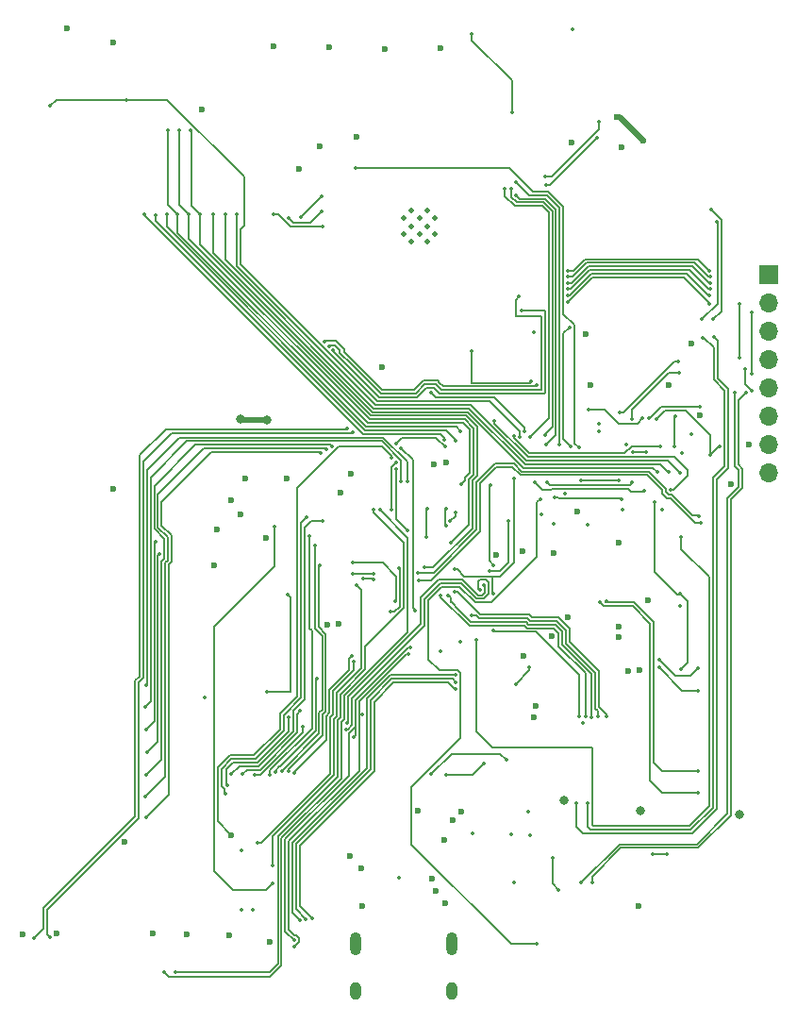
<source format=gbr>
%TF.GenerationSoftware,KiCad,Pcbnew,7.0.5*%
%TF.CreationDate,2023-09-20T09:45:38-07:00*%
%TF.ProjectId,EV9 Board Design,45563920-426f-4617-9264-204465736967,EV8*%
%TF.SameCoordinates,Original*%
%TF.FileFunction,Copper,L4,Bot*%
%TF.FilePolarity,Positive*%
%FSLAX46Y46*%
G04 Gerber Fmt 4.6, Leading zero omitted, Abs format (unit mm)*
G04 Created by KiCad (PCBNEW 7.0.5) date 2023-09-20 09:45:38*
%MOMM*%
%LPD*%
G01*
G04 APERTURE LIST*
%TA.AperFunction,ComponentPad*%
%ADD10R,1.700000X1.700000*%
%TD*%
%TA.AperFunction,ComponentPad*%
%ADD11O,1.700000X1.700000*%
%TD*%
%TA.AperFunction,ComponentPad*%
%ADD12C,0.500000*%
%TD*%
%TA.AperFunction,ComponentPad*%
%ADD13O,1.000000X2.100000*%
%TD*%
%TA.AperFunction,ComponentPad*%
%ADD14O,1.000000X1.600000*%
%TD*%
%TA.AperFunction,ViaPad*%
%ADD15C,0.600000*%
%TD*%
%TA.AperFunction,ViaPad*%
%ADD16C,0.350000*%
%TD*%
%TA.AperFunction,ViaPad*%
%ADD17C,0.800000*%
%TD*%
%TA.AperFunction,Conductor*%
%ADD18C,0.500000*%
%TD*%
%TA.AperFunction,Conductor*%
%ADD19C,0.127000*%
%TD*%
G04 APERTURE END LIST*
D10*
%TO.P,J4,1,Pin_1*%
%TO.N,/DISP_BL*%
X183087500Y-79885000D03*
D11*
%TO.P,J4,2,Pin_2*%
%TO.N,/DISP_RSTR*%
X183087500Y-82425000D03*
%TO.P,J4,3,Pin_3*%
%TO.N,/DISP_DC*%
X183087500Y-84965000D03*
%TO.P,J4,4,Pin_4*%
%TO.N,/DISP_CS*%
X183087500Y-87505000D03*
%TO.P,J4,5,Pin_5*%
%TO.N,/DISP_SPI_SCK*%
X183087500Y-90045000D03*
%TO.P,J4,6,Pin_6*%
%TO.N,/DISP_SPI_MOSI*%
X183087500Y-92585000D03*
%TO.P,J4,7,Pin_7*%
%TO.N,GND*%
X183087500Y-95125000D03*
%TO.P,J4,8,Pin_8*%
%TO.N,/VIN*%
X183087500Y-97665000D03*
%TD*%
D12*
%TO.P,U11,41*%
%TO.N,N/C*%
X150337500Y-74810000D03*
X150337500Y-76210000D03*
X151037500Y-74110000D03*
X151037500Y-75510000D03*
X151037500Y-76910000D03*
X151737500Y-74810000D03*
X151737500Y-76210000D03*
X152437500Y-74110000D03*
X152437500Y-75510000D03*
X152437500Y-76910000D03*
X153137500Y-74810000D03*
X153137500Y-76210000D03*
%TD*%
D13*
%TO.P,J9,S1,SHIELD*%
%TO.N,unconnected-(J9-SHIELD-PadS1)*%
X145967500Y-139916000D03*
D14*
X145967500Y-144096000D03*
D13*
X154607500Y-139916000D03*
D14*
X154607500Y-144096000D03*
%TD*%
D15*
%TO.N,+3.3VA*%
X169637500Y-112375000D03*
X163607500Y-112245000D03*
X170487500Y-115435000D03*
X160987500Y-104625000D03*
D16*
%TO.N,+3.3V*%
X163787500Y-102225000D03*
X155387500Y-112775000D03*
D15*
X127837500Y-138935000D03*
D16*
X173517413Y-100968530D03*
X161495000Y-128065000D03*
D15*
X142777500Y-68375000D03*
X162137500Y-118575000D03*
D17*
X171574000Y-127925000D03*
D15*
X155492500Y-128050000D03*
X148637500Y-59665000D03*
D16*
X166446962Y-120075538D03*
X161700000Y-130190000D03*
X175117500Y-109595000D03*
X162690000Y-101350000D03*
X160237500Y-134425000D03*
D15*
X138627500Y-59345000D03*
D16*
X167870000Y-93260000D03*
X135727878Y-136838556D03*
D15*
X134637500Y-139115000D03*
X176137500Y-86025000D03*
X132187500Y-65055000D03*
X116087500Y-139005000D03*
X143637500Y-59465000D03*
X144437500Y-111175000D03*
X153637500Y-59505000D03*
D16*
X176137500Y-94125000D03*
X166837500Y-102275000D03*
D15*
X144637500Y-99445000D03*
D16*
X169937500Y-100975000D03*
D15*
X153037500Y-96875000D03*
D16*
X136757500Y-136799500D03*
D15*
%TO.N,VBUS*%
X153197500Y-135115000D03*
X146472500Y-133110000D03*
X145480000Y-131980000D03*
D16*
X159987500Y-130025000D03*
D15*
X133320000Y-105950000D03*
%TO.N,GND*%
X174147500Y-89795000D03*
D16*
X149921225Y-133974500D03*
D15*
X154737500Y-128835000D03*
X169649706Y-111417206D03*
D16*
X164777500Y-99517000D03*
D15*
X146617500Y-136495000D03*
X130887500Y-139055000D03*
X139797500Y-98175000D03*
X162027997Y-119574503D03*
X151570500Y-127985023D03*
X169635000Y-103875000D03*
X148387500Y-88165000D03*
X125287500Y-130705000D03*
X137937500Y-103475000D03*
X181267500Y-95125000D03*
D17*
X164716000Y-126992000D03*
D16*
X132487500Y-117825000D03*
D15*
X171457500Y-115335000D03*
D16*
X167880000Y-93930000D03*
D15*
X171427500Y-136495000D03*
X154137500Y-96675000D03*
D16*
X170270000Y-95130000D03*
D15*
X138272313Y-139748000D03*
X140937500Y-70375000D03*
D16*
X156525500Y-129975000D03*
D15*
X163787500Y-104825000D03*
D16*
X135772500Y-131540000D03*
D15*
X143444111Y-111285377D03*
D17*
X180464000Y-128262000D03*
D15*
X119157500Y-138985000D03*
X158587500Y-105025000D03*
D16*
X153587500Y-113625000D03*
D15*
X167087500Y-89785000D03*
X165938378Y-101141541D03*
X165392500Y-67980000D03*
X145587500Y-97725000D03*
X136087500Y-98145000D03*
X146047000Y-67525500D03*
X154037500Y-136245000D03*
X161087500Y-114095000D03*
X135637500Y-101375000D03*
D16*
X165437500Y-57875000D03*
X175288000Y-95875000D03*
D15*
X176887000Y-92448000D03*
X120127500Y-57725000D03*
X172291250Y-109071250D03*
X152887500Y-134038000D03*
X165077500Y-110575000D03*
%TO.N,+BATT*%
X134852500Y-100060000D03*
D17*
X138050000Y-92920000D03*
X135654312Y-92814312D03*
D15*
X133527500Y-102715000D03*
%TO.N,/VIN*%
X166700500Y-85212000D03*
X153957500Y-130555000D03*
X169837500Y-68435000D03*
X179737500Y-98625000D03*
D16*
%TO.N,/UI_SDA*%
X140462000Y-139565000D03*
X150887500Y-113275000D03*
X145807500Y-121315000D03*
%TO.N,/UI_SCL*%
X140462000Y-140114503D03*
X146567500Y-119355000D03*
X150748062Y-113863104D03*
%TO.N,/MCLK*%
X166098551Y-119450538D03*
X158367500Y-111789047D03*
X160209500Y-98130504D03*
X173352000Y-95242000D03*
X158386000Y-108445000D03*
X154917903Y-106316217D03*
X160211225Y-94316851D03*
%TO.N,/NET_SDA*%
X117160000Y-139340000D03*
X145262000Y-93633000D03*
%TO.N,/NET_SCL*%
X118545720Y-139269041D03*
X145764630Y-93960000D03*
%TO.N,/MGMT_BOOT*%
X162297500Y-139885000D03*
X162567500Y-99978000D03*
%TO.N,/MGMT_NRST*%
X172817500Y-100255000D03*
X175197500Y-115265000D03*
X175117500Y-108505000D03*
X163717500Y-132165500D03*
X164247500Y-135035000D03*
%TO.N,/IN_3*%
X154987500Y-116995000D03*
X142087500Y-137595000D03*
X160357787Y-116584713D03*
X161612000Y-115115000D03*
%TO.N,/NET_RST*%
X166032500Y-95370000D03*
X146017500Y-70285000D03*
%TO.N,/UI_RST*%
X159737500Y-101975000D03*
X158041063Y-106471500D03*
%TO.N,/MIC_P*%
X140997500Y-137795000D03*
X154994000Y-115795000D03*
%TO.N,/LEDA_R*%
X133237500Y-74475000D03*
X173087464Y-97575036D03*
%TO.N,/DISP_BL*%
X149649497Y-97310503D03*
X177813367Y-80065838D03*
X150670051Y-102839949D03*
X165076000Y-80039744D03*
%TO.N,/DISP_RSTR*%
X181527500Y-83275000D03*
X181527500Y-88755000D03*
X177764713Y-81735287D03*
X165078327Y-81688247D03*
%TO.N,/LEDA_G*%
X134287500Y-74475000D03*
X174086897Y-97586821D03*
D15*
%TO.N,Net-(D10-K)*%
X124217500Y-59025000D03*
X124217500Y-99052000D03*
D16*
%TO.N,/LEDA_B*%
X135337500Y-74475000D03*
X175105761Y-97640885D03*
%TO.N,/KB_COL3*%
X141257670Y-120440000D03*
X136984500Y-124725000D03*
X145140167Y-120630430D03*
X157182500Y-108170000D03*
%TO.N,/KB_COL4*%
X157507500Y-107675000D03*
X145220073Y-120086769D03*
%TO.N,/DISP_DC*%
X165076000Y-80589247D03*
X177796668Y-80615087D03*
%TO.N,/DISP_CS*%
X149640287Y-96700287D03*
X180447500Y-87305000D03*
X177759286Y-79519004D03*
X180437109Y-82512104D03*
X149179000Y-100899500D03*
X165076000Y-79490241D03*
%TO.N,/DISP_SPI_SCK*%
X165076000Y-82310000D03*
X177734779Y-82479257D03*
%TO.N,/DISP_SPI_MOSI*%
X181562911Y-90264103D03*
X177813193Y-81164341D03*
X180997500Y-88327000D03*
X165076000Y-81138750D03*
%TO.N,/UI_TX3*%
X148176888Y-100966212D03*
X128847500Y-142445000D03*
%TO.N,/UI_RX3*%
X147627500Y-100955000D03*
X129857500Y-142395000D03*
%TO.N,/NET_TX0_MGMT*%
X160427500Y-71545000D03*
X166832002Y-127300500D03*
X177108052Y-83865411D03*
X164311000Y-95071500D03*
X178392500Y-75126500D03*
X177168812Y-85505351D03*
X167850000Y-66170000D03*
X163016680Y-71029620D03*
%TO.N,/KB_MIC*%
X149200353Y-96259647D03*
D15*
X134857500Y-130145000D03*
D16*
%TO.N,/NET_RX0_MGMT*%
X166210000Y-98315000D03*
X163112002Y-71850000D03*
X165832002Y-127300500D03*
X178107500Y-83855000D03*
X169620000Y-98300000D03*
X163104250Y-95111750D03*
X178167500Y-85465000D03*
X160407500Y-72715000D03*
X167704963Y-67564463D03*
X177954500Y-74040000D03*
%TO.N,/KB_ROW5*%
X139979479Y-124430737D03*
X142782831Y-105932832D03*
%TO.N,/KB_ROW1*%
X134338500Y-126410414D03*
X141637500Y-101625000D03*
%TO.N,/KB_ROW2*%
X134865765Y-124640620D03*
X143037500Y-101975000D03*
%TO.N,/KB_ROW3*%
X141879176Y-103286775D03*
X138310500Y-124722000D03*
%TO.N,/MIC_N*%
X154994000Y-116435000D03*
X141543070Y-137669494D03*
%TO.N,/KB_ROW4*%
X142337500Y-104175000D03*
X139362700Y-124433384D03*
%TO.N,/KB_ROW6*%
X145686060Y-114074350D03*
X140522320Y-124534102D03*
%TO.N,/KB_ROW7*%
X137217500Y-130825000D03*
X145870428Y-114592000D03*
%TO.N,/LEDB_R*%
X158478724Y-92977000D03*
X153996664Y-94648319D03*
X174277128Y-99155912D03*
X127040914Y-74428046D03*
%TO.N,/LEDB_G*%
X154987083Y-94782756D03*
X128038192Y-74494691D03*
%TO.N,Net-(D11-K)*%
X138579500Y-134479500D03*
X138697500Y-102485000D03*
%TO.N,/LEDB_B*%
X155442568Y-93879932D03*
X129037500Y-74475000D03*
%TO.N,/SPK_LN*%
X176762000Y-117195000D03*
X173237500Y-115105000D03*
%TO.N,/SPK_LP*%
X176762000Y-115175000D03*
X173247500Y-114395000D03*
%TO.N,/HP_R*%
X168533334Y-109146500D03*
X176762000Y-124375000D03*
%TO.N,/HP_L*%
X167947500Y-109255000D03*
X176762000Y-126375000D03*
%TO.N,/KB_COL5*%
X142569000Y-116072000D03*
X138819159Y-124514108D03*
%TO.N,/KB_COL2*%
X141037500Y-119012000D03*
X135864500Y-124679767D03*
D15*
%TO.N,Net-(J15-Pin_2)*%
X169487500Y-65725000D03*
X171817500Y-67835000D03*
D16*
%TO.N,/BTN_RST*%
X169896738Y-99976329D03*
X118582500Y-64740000D03*
X125387500Y-64165000D03*
X163827500Y-99805000D03*
X160756530Y-94384622D03*
%TO.N,/BTN_UI*%
X163227500Y-98525000D03*
X170827500Y-98525000D03*
X159967500Y-72195000D03*
X162995438Y-94282938D03*
%TO.N,/BTN_NET*%
X162085063Y-98525000D03*
X161632500Y-94440000D03*
X171877500Y-99215000D03*
X159418141Y-72182458D03*
X156437500Y-58245000D03*
X160017500Y-65285000D03*
%TO.N,/KB_COL1*%
X139992500Y-119564000D03*
X134491860Y-125668536D03*
%TO.N,Net-(U1-PA12)*%
X146117500Y-107705000D03*
X138547500Y-132885000D03*
%TO.N,/UI_STAT*%
X149565500Y-109160000D03*
X172082000Y-95750000D03*
X170899423Y-95773500D03*
X156849401Y-112665547D03*
X175240000Y-103410000D03*
X145767500Y-105675000D03*
%TO.N,/UI_BOOT*%
X151377500Y-109966000D03*
X150064500Y-95400000D03*
X152737500Y-90475500D03*
X161194164Y-93940782D03*
%TO.N,/NET_LED_B*%
X138637500Y-74425000D03*
X143037500Y-75525000D03*
%TO.N,/NET_LED_G*%
X139981002Y-74752500D03*
X142937500Y-74225000D03*
%TO.N,/NET_LED_R*%
X141098738Y-74721262D03*
X142950000Y-72870000D03*
%TO.N,/UI_DBG1*%
X127167500Y-116685000D03*
X150637500Y-98425000D03*
%TO.N,/UI_LED_B*%
X149137500Y-110115000D03*
X132036009Y-74475000D03*
X149892500Y-106205000D03*
X131191563Y-66900500D03*
X152188000Y-106140000D03*
%TO.N,/NET_STAT*%
X156427500Y-86725000D03*
X174725500Y-92515962D03*
X161738609Y-89452000D03*
X174622000Y-95242000D03*
%TO.N,/UI_LED_G*%
X131036506Y-74475000D03*
X154537500Y-103910000D03*
X130187500Y-66895000D03*
%TO.N,/UI_TX1_MGMT*%
X147575500Y-107206966D03*
X151635000Y-107285000D03*
X146699500Y-107128000D03*
X177010000Y-102120000D03*
%TO.N,/UI_RX1_MGMT*%
X147575500Y-106657463D03*
X176780000Y-101550000D03*
X151620000Y-106643000D03*
X145730000Y-106690000D03*
%TO.N,/NET_BOOT*%
X165199000Y-84560000D03*
X165310500Y-95298000D03*
X161967500Y-84985000D03*
%TO.N,/UI_LED_R*%
X155449604Y-98675000D03*
X130037003Y-74475000D03*
X129137500Y-66900500D03*
X158405228Y-105917272D03*
X158130000Y-98720000D03*
%TO.N,/UI_DBG2*%
X150087997Y-98425000D03*
X127157500Y-118615000D03*
%TO.N,/UI_DBG3*%
X127177500Y-120635000D03*
X128044000Y-103785000D03*
%TO.N,/UI_DBG4*%
X127287500Y-122735000D03*
X128371000Y-104945000D03*
%TO.N,/MGMT_DBG7*%
X127197500Y-128565000D03*
X162238000Y-89779000D03*
X142911435Y-95887000D03*
X166929713Y-91959713D03*
X171757500Y-92765000D03*
X143209283Y-85868990D03*
%TO.N,/NET_DBG5*%
X143867500Y-95233000D03*
X160877500Y-83075000D03*
X127197500Y-124725000D03*
X143986397Y-86646104D03*
%TO.N,/NET_DBG6*%
X160687500Y-81825000D03*
X127157500Y-126675000D03*
X143597840Y-86257547D03*
X143366397Y-95560000D03*
%TO.N,/MGMT_SWDIO*%
X175007500Y-88685000D03*
X180057500Y-90415000D03*
X170807500Y-92787000D03*
X166237500Y-134405000D03*
%TO.N,/MGMT_SWCLK*%
X174985294Y-87685745D03*
X181055237Y-90474389D03*
X167267500Y-134405000D03*
X169700000Y-92230500D03*
%TO.N,/I2S_DACLRC*%
X154337500Y-108616000D03*
X167192939Y-119538388D03*
X152377500Y-103367500D03*
X152413000Y-100852306D03*
%TO.N,/UI_SWDIO*%
X172660573Y-131870000D03*
X139867500Y-108555000D03*
X173920000Y-131870000D03*
X138012213Y-117239713D03*
%TO.N,/UI_TX1_NET*%
X154502181Y-101987819D03*
X154938820Y-101185605D03*
%TO.N,/BOOT1*%
X154028212Y-95300000D03*
X149664859Y-95022852D03*
%TO.N,/UI_RX1_NET*%
X154130000Y-100852806D03*
X154128152Y-102390380D03*
%TO.N,/I2S_BCLK*%
X153662000Y-108616000D03*
X166647709Y-119469995D03*
%TO.N,/I2S_ADCDAT*%
X168527500Y-119515000D03*
X154913000Y-108297000D03*
%TO.N,/I2S_DACDAT*%
X167741086Y-119499818D03*
X156399308Y-110443192D03*
%TO.N,/USB_TX1_MGMT*%
X152817500Y-124635000D03*
X172336000Y-92702000D03*
X176908000Y-91686000D03*
X159527500Y-123417000D03*
%TO.N,/USB_RX1_MGMT*%
X178683000Y-95242000D03*
X154097500Y-124765000D03*
X172972781Y-92789278D03*
X177856500Y-96004000D03*
X157486000Y-123757000D03*
%TD*%
D18*
%TO.N,+BATT*%
X138015023Y-92885023D02*
X138050000Y-92920000D01*
X135725023Y-92885023D02*
X138015023Y-92885023D01*
D19*
%TO.N,/UI_SDA*%
X150887500Y-113275000D02*
X150716740Y-113275000D01*
X145985573Y-120403850D02*
X145394252Y-120995171D01*
X145985573Y-118006167D02*
X145985573Y-120403850D01*
X145394252Y-120995171D02*
X145394252Y-124808039D01*
X139671500Y-130530792D02*
X139671500Y-138774500D01*
X150716740Y-113275000D02*
X145985573Y-118006167D01*
X145807500Y-121315000D02*
X145985573Y-121136927D01*
X139671500Y-138774500D02*
X140462000Y-139565000D01*
X145394252Y-124808039D02*
X139671500Y-130530792D01*
X145985573Y-121136927D02*
X145985573Y-120403850D01*
%TO.N,/UI_SCL*%
X146567500Y-119355000D02*
X146522573Y-119310073D01*
X140485948Y-139126500D02*
X140649000Y-139126500D01*
X140900500Y-139746633D02*
X140532630Y-140114503D01*
X140532630Y-140114503D02*
X140462000Y-140114503D01*
X146312573Y-119310073D02*
X146312573Y-124352166D01*
X139998500Y-130666240D02*
X139998500Y-138639052D01*
X150748062Y-113863104D02*
X150591084Y-113863104D01*
X140649000Y-139126500D02*
X140900500Y-139378000D01*
X146312573Y-124352166D02*
X139998500Y-130666240D01*
X146312573Y-118141615D02*
X146312573Y-119310073D01*
X146522573Y-119310073D02*
X146312573Y-119310073D01*
X140900500Y-139378000D02*
X140900500Y-139746633D01*
X139998500Y-138639052D02*
X140485948Y-139126500D01*
X150591084Y-113863104D02*
X146312573Y-118141615D01*
%TO.N,/MCLK*%
X158283000Y-106909500D02*
X158275000Y-106917500D01*
X158993000Y-106909500D02*
X158283000Y-106909500D01*
X160209500Y-98130504D02*
X160209500Y-105693000D01*
X170169500Y-95884500D02*
X161621896Y-95884500D01*
X158367500Y-111789047D02*
X158478500Y-111900047D01*
X154917903Y-106316217D02*
X155168717Y-106316217D01*
X158275000Y-108334000D02*
X158386000Y-108445000D01*
X162204995Y-111900047D02*
X166098551Y-115793603D01*
X166098551Y-115793603D02*
X166098551Y-119450538D01*
X173352000Y-95242000D02*
X170812000Y-95242000D01*
X155168717Y-106316217D02*
X155762000Y-106909500D01*
X160211225Y-94473829D02*
X160211225Y-94316851D01*
X158275000Y-108235000D02*
X158275000Y-108334000D01*
X158275000Y-106917500D02*
X158275000Y-108235000D01*
X160209500Y-105693000D02*
X158993000Y-106909500D01*
X161621896Y-95884500D02*
X160211225Y-94473829D01*
X158478500Y-111900047D02*
X162204995Y-111900047D01*
X155762000Y-106909500D02*
X158283000Y-106909500D01*
X170812000Y-95242000D02*
X170169500Y-95884500D01*
%TO.N,/NET_SDA*%
X126230500Y-128449552D02*
X126230500Y-116294052D01*
X126625000Y-96065000D02*
X128946000Y-93744000D01*
X117160000Y-139340000D02*
X118000500Y-138499500D01*
X126625000Y-115899552D02*
X126625000Y-96065000D01*
X118000500Y-138499500D02*
X118000500Y-136679552D01*
X128946000Y-93744000D02*
X145151000Y-93744000D01*
X118000500Y-136679552D02*
X126230500Y-128449552D01*
X145151000Y-93744000D02*
X145262000Y-93633000D01*
X126230500Y-116294052D02*
X126625000Y-115899552D01*
%TO.N,/NET_SCL*%
X129529000Y-94071000D02*
X145653630Y-94071000D01*
X145653630Y-94071000D02*
X145764630Y-93960000D01*
X118545720Y-139269041D02*
X118327500Y-139050821D01*
X118327500Y-136815000D02*
X126557500Y-128585000D01*
X126557500Y-128585000D02*
X126557500Y-116429500D01*
X118327500Y-139050821D02*
X118327500Y-136815000D01*
X126952000Y-116035000D02*
X126952000Y-96648000D01*
X126557500Y-116429500D02*
X126952000Y-116035000D01*
X126952000Y-96648000D02*
X129529000Y-94071000D01*
%TO.N,/MGMT_BOOT*%
X152515000Y-109082396D02*
X152515000Y-114362500D01*
X158188633Y-109262500D02*
X156729971Y-109262500D01*
X153738396Y-107859000D02*
X152515000Y-109082396D01*
X153509000Y-115356500D02*
X155175633Y-115356500D01*
X162567500Y-99978000D02*
X162251500Y-100294000D01*
X152515000Y-114362500D02*
X153509000Y-115356500D01*
X155432000Y-115612867D02*
X155432000Y-121400367D01*
X155326471Y-107859000D02*
X153738396Y-107859000D01*
X151007500Y-130957500D02*
X159935000Y-139885000D01*
X156729971Y-109262500D02*
X155326471Y-107859000D01*
X151007500Y-125824867D02*
X151007500Y-130957500D01*
X155432000Y-121400367D02*
X151007500Y-125824867D01*
X162251500Y-100294000D02*
X162251500Y-105199633D01*
X162251500Y-105199633D02*
X158188633Y-109262500D01*
X159935000Y-139885000D02*
X162297500Y-139885000D01*
X155175633Y-115356500D02*
X155432000Y-115612867D01*
%TO.N,/MGMT_NRST*%
X175781000Y-114681500D02*
X175781000Y-109168500D01*
X163717500Y-134505000D02*
X164247500Y-135035000D01*
X175781000Y-109168500D02*
X175117500Y-108505000D01*
X172817500Y-100255000D02*
X172817500Y-106505000D01*
X175197500Y-115265000D02*
X175781000Y-114681500D01*
X174837500Y-108525000D02*
X175097500Y-108525000D01*
X172817500Y-106505000D02*
X174837500Y-108525000D01*
X163717500Y-132165500D02*
X163717500Y-134505000D01*
X175097500Y-108525000D02*
X175117500Y-108505000D01*
%TO.N,/IN_3*%
X147660000Y-124392084D02*
X147660000Y-118181532D01*
X154301500Y-116449000D02*
X154957500Y-117105000D01*
X161612000Y-115115000D02*
X161612000Y-115330500D01*
X142087500Y-137595000D02*
X142087500Y-137593791D01*
X142087500Y-137593791D02*
X140979500Y-136485791D01*
X147660000Y-118181532D02*
X149392532Y-116449000D01*
X161612000Y-115330500D02*
X160357787Y-116584713D01*
X140979500Y-131072584D02*
X147660000Y-124392084D01*
X149392532Y-116449000D02*
X154301500Y-116449000D01*
X154957500Y-117105000D02*
X154957500Y-117025000D01*
X154957500Y-117025000D02*
X154987500Y-116995000D01*
X140979500Y-136485791D02*
X140979500Y-131072584D01*
%TO.N,/NET_RST*%
X163297500Y-72397500D02*
X161900133Y-72397500D01*
X164638000Y-83378867D02*
X165637500Y-84378367D01*
X165637500Y-94975000D02*
X166032500Y-95370000D01*
X159787633Y-70285000D02*
X146017500Y-70285000D01*
X164640000Y-73740000D02*
X163297500Y-72397500D01*
X161900133Y-72397500D02*
X159787633Y-70285000D01*
X165637500Y-84378367D02*
X165637500Y-94975000D01*
X164638000Y-73748208D02*
X164638000Y-83378867D01*
%TO.N,/UI_RST*%
X159737500Y-101975000D02*
X159737500Y-105702552D01*
X158968552Y-106471500D02*
X158041063Y-106471500D01*
X159737500Y-105702552D02*
X158968552Y-106471500D01*
%TO.N,/MIC_P*%
X140997500Y-137795000D02*
X140325500Y-137123000D01*
X140325500Y-137123000D02*
X140325500Y-130801688D01*
X147006000Y-124121187D02*
X147006000Y-117910636D01*
X147006000Y-117910636D02*
X149121636Y-115795000D01*
X140325500Y-130801688D02*
X147006000Y-124121187D01*
X149121636Y-115795000D02*
X154994000Y-115795000D01*
%TO.N,/LEDA_R*%
X172704928Y-97192500D02*
X173087464Y-97575036D01*
X156066604Y-92179000D02*
X161080104Y-97192500D01*
X147512523Y-92179000D02*
X156066604Y-92179000D01*
X133237500Y-74475000D02*
X133247500Y-74485000D01*
X133247500Y-74485000D02*
X133247500Y-77913977D01*
X161080104Y-97192500D02*
X172704928Y-97192500D01*
X133247500Y-77913977D02*
X147512523Y-92179000D01*
%TO.N,/DISP_BL*%
X149649497Y-101819395D02*
X150670051Y-102839949D01*
X176382000Y-78792000D02*
X177655838Y-80065838D01*
X149649497Y-97310503D02*
X149649497Y-101819395D01*
X165076000Y-80039744D02*
X165496464Y-80039744D01*
X165496464Y-80039744D02*
X166744208Y-78792000D01*
X166744208Y-78792000D02*
X176382000Y-78792000D01*
X177655838Y-80065838D02*
X177813367Y-80065838D01*
%TO.N,/DISP_RSTR*%
X175733000Y-79773000D02*
X177695287Y-81735287D01*
X167150552Y-79773000D02*
X175733000Y-79773000D01*
X177695287Y-81735287D02*
X177764713Y-81735287D01*
X165235305Y-81688247D02*
X167150552Y-79773000D01*
X165078327Y-81688247D02*
X165235305Y-81688247D01*
X181527500Y-88755000D02*
X181527500Y-83275000D01*
%TO.N,/LEDA_G*%
X174036873Y-97586821D02*
X173315552Y-96865500D01*
X174086897Y-97586821D02*
X174036873Y-97586821D01*
X134287500Y-78491529D02*
X134287500Y-74475000D01*
X173315552Y-96865500D02*
X161215552Y-96865500D01*
X161215552Y-96865500D02*
X156202052Y-91852000D01*
X156202052Y-91852000D02*
X147647971Y-91852000D01*
X147647971Y-91852000D02*
X134287500Y-78491529D01*
%TO.N,/LEDA_B*%
X147783419Y-91525000D02*
X135337500Y-79079081D01*
X156337500Y-91525000D02*
X147783419Y-91525000D01*
X175105761Y-97640885D02*
X174003376Y-96538500D01*
X135337500Y-79079081D02*
X135337500Y-74475000D01*
X161351000Y-96538500D02*
X156337500Y-91525000D01*
X174003376Y-96538500D02*
X161351000Y-96538500D01*
%TO.N,/KB_COL3*%
X155461919Y-107532000D02*
X156865419Y-108935500D01*
X157188166Y-107236500D02*
X157024000Y-107400666D01*
X145140167Y-120630430D02*
X145296545Y-120630430D01*
X157024000Y-107400666D02*
X157024000Y-108011500D01*
X152188000Y-108946948D02*
X153602948Y-107532000D01*
X157709166Y-107236500D02*
X157188166Y-107236500D01*
X157948000Y-108487081D02*
X157948000Y-107475334D01*
X145296545Y-120630430D02*
X145658573Y-120268402D01*
X137455052Y-124725000D02*
X136984500Y-124725000D01*
X152188000Y-111341292D02*
X152188000Y-108946948D01*
X157948000Y-107475334D02*
X157709166Y-107236500D01*
X153602948Y-107532000D02*
X155461919Y-107532000D01*
X157024000Y-108011500D02*
X157182500Y-108170000D01*
X141257670Y-120440000D02*
X141257670Y-120922382D01*
X157499581Y-108935500D02*
X157948000Y-108487081D01*
X145658573Y-117870719D02*
X152188000Y-111341292D01*
X141257670Y-120922382D02*
X137455052Y-124725000D01*
X145658573Y-120268402D02*
X145658573Y-117870719D01*
X156865419Y-108935500D02*
X157499581Y-108935500D01*
%TO.N,/KB_COL4*%
X157000867Y-108608500D02*
X157364133Y-108608500D01*
X157621000Y-107788500D02*
X157507500Y-107675000D01*
X151861000Y-108811500D02*
X153467500Y-107205000D01*
X151861000Y-111205844D02*
X151861000Y-108811500D01*
X157621000Y-108351633D02*
X157621000Y-107788500D01*
X153467500Y-107205000D02*
X155597367Y-107205000D01*
X145220073Y-120086769D02*
X145331573Y-119975269D01*
X157364133Y-108608500D02*
X157621000Y-108351633D01*
X155597367Y-107205000D02*
X157000867Y-108608500D01*
X145331573Y-119975269D02*
X145331573Y-117735271D01*
X145331573Y-117735271D02*
X151861000Y-111205844D01*
%TO.N,/DISP_DC*%
X165076000Y-80589247D02*
X165409409Y-80589247D01*
X176239000Y-79119000D02*
X177735087Y-80615087D01*
X177735087Y-80615087D02*
X177796668Y-80615087D01*
X165409409Y-80589247D02*
X166879656Y-79119000D01*
X166879656Y-79119000D02*
X176239000Y-79119000D01*
%TO.N,/DISP_CS*%
X180437109Y-82512104D02*
X180437109Y-87294609D01*
X176705282Y-78465000D02*
X177759286Y-79519004D01*
X165583519Y-79490241D02*
X166608760Y-78465000D01*
X149640287Y-96700287D02*
X149179000Y-97161574D01*
X166608760Y-78465000D02*
X176705282Y-78465000D01*
X149179000Y-97161574D02*
X149179000Y-100899500D01*
X180437109Y-87294609D02*
X180447500Y-87305000D01*
X165076000Y-79490241D02*
X165583519Y-79490241D01*
%TO.N,/DISP_SPI_SCK*%
X177734779Y-82404779D02*
X175430000Y-80100000D01*
X177734779Y-82479257D02*
X177734779Y-82404779D01*
X175430000Y-80100000D02*
X167286000Y-80100000D01*
X167286000Y-80100000D02*
X165076000Y-82310000D01*
%TO.N,/DISP_SPI_MOSI*%
X180997500Y-88327000D02*
X180997500Y-89698692D01*
X165076000Y-81138750D02*
X165322354Y-81138750D01*
X167015104Y-79446000D02*
X175986000Y-79446000D01*
X177704341Y-81164341D02*
X177813193Y-81164341D01*
X165322354Y-81138750D02*
X167015104Y-79446000D01*
X175986000Y-79446000D02*
X177704341Y-81164341D01*
X180997500Y-89698692D02*
X181562911Y-90264103D01*
%TO.N,/UI_TX3*%
X128847500Y-142445000D02*
X129236000Y-142833500D01*
X139344500Y-141808000D02*
X139344500Y-130395344D01*
X150657500Y-103446824D02*
X148176888Y-100966212D01*
X129236000Y-142833500D02*
X138319000Y-142833500D01*
X139344500Y-130395344D02*
X144700000Y-125039844D01*
X144700000Y-119986709D02*
X144969000Y-119717709D01*
X144700000Y-125039844D02*
X144700000Y-119986709D01*
X144969000Y-119717709D02*
X144969000Y-117635396D01*
X138319000Y-142833500D02*
X139344500Y-141808000D01*
X150657500Y-111946896D02*
X150657500Y-103446824D01*
X144969000Y-117635396D02*
X150657500Y-111946896D01*
%TO.N,/UI_RX3*%
X150330500Y-103920447D02*
X150330500Y-109759980D01*
X144642000Y-119582261D02*
X144373000Y-119851261D01*
X147627500Y-100955000D02*
X147627500Y-101217447D01*
X144373000Y-119851261D02*
X144373000Y-124904396D01*
X146860928Y-113229552D02*
X146860928Y-115281020D01*
X144373000Y-124904396D02*
X139017500Y-130259896D01*
X147627500Y-101217447D02*
X150330500Y-103920447D01*
X138295052Y-142395000D02*
X129857500Y-142395000D01*
X139017500Y-130259896D02*
X139017500Y-141672552D01*
X139017500Y-141672552D02*
X138295052Y-142395000D01*
X150330500Y-109759980D02*
X146860928Y-113229552D01*
X146860928Y-115281020D02*
X144642000Y-117499948D01*
X144642000Y-117499948D02*
X144642000Y-119582261D01*
%TO.N,/NET_TX0_MGMT*%
X179121000Y-97057246D02*
X179121000Y-90240396D01*
X177178461Y-85515000D02*
X177168812Y-85505351D01*
X166806292Y-127326210D02*
X166806292Y-129373792D01*
X164311000Y-73883656D02*
X163151844Y-72724500D01*
X166832002Y-127300500D02*
X166806292Y-127326210D01*
X178093000Y-127659448D02*
X178093000Y-98085246D01*
X163151844Y-72724500D02*
X161607000Y-72724500D01*
X161607000Y-72724500D02*
X160427500Y-71545000D01*
X163016680Y-71029620D02*
X163620380Y-71029620D01*
X163620380Y-71029620D02*
X167850000Y-66800000D01*
X178176500Y-86412331D02*
X177279169Y-85515000D01*
X177279169Y-85515000D02*
X177178461Y-85515000D01*
X178503500Y-82469963D02*
X177108052Y-83865411D01*
X178392500Y-75126500D02*
X178503500Y-75237500D01*
X176098448Y-129654000D02*
X178093000Y-127659448D01*
X178503500Y-75237500D02*
X178503500Y-82469963D01*
X167086500Y-129654000D02*
X176098448Y-129654000D01*
X179121000Y-90240396D02*
X178176500Y-89295896D01*
X167850000Y-66800000D02*
X167850000Y-66170000D01*
X178176500Y-89295896D02*
X178176500Y-86412331D01*
X166806292Y-129373792D02*
X167086500Y-129654000D01*
X164311000Y-95071500D02*
X164311000Y-73883656D01*
X178093000Y-98085246D02*
X179121000Y-97057246D01*
%TO.N,/KB_MIC*%
X140783500Y-117690419D02*
X139227000Y-119246919D01*
X148355684Y-95258000D02*
X144504500Y-95258000D01*
X149200353Y-96102668D02*
X148355684Y-95258000D01*
X140783500Y-98979000D02*
X140783500Y-117690419D01*
X149200353Y-96259647D02*
X149200353Y-96102668D01*
X134709104Y-122978500D02*
X133630500Y-124057104D01*
X136889312Y-122978500D02*
X134709104Y-122978500D01*
X144504500Y-95258000D02*
X140783500Y-98979000D01*
X133630500Y-128918000D02*
X134857500Y-130145000D01*
X133630500Y-124057104D02*
X133630500Y-128918000D01*
X139227000Y-119246919D02*
X139227000Y-120640812D01*
X139227000Y-120640812D02*
X136889312Y-122978500D01*
%TO.N,/NET_RX0_MGMT*%
X178830500Y-74916000D02*
X178830500Y-83132000D01*
X165806790Y-127325712D02*
X165806790Y-129374290D01*
X178503500Y-85801000D02*
X178167500Y-85465000D01*
X163984000Y-94232000D02*
X163984000Y-74019104D01*
X179448000Y-90104948D02*
X178503500Y-89160448D01*
X165806790Y-129374290D02*
X166413500Y-129981000D01*
X178420000Y-98220694D02*
X179448000Y-97192694D01*
X178830500Y-83132000D02*
X178107500Y-83855000D01*
X165832002Y-127300500D02*
X165806790Y-127325712D01*
X178420000Y-127794896D02*
X178420000Y-98220694D01*
X163016396Y-73051500D02*
X160744000Y-73051500D01*
X163104250Y-95111750D02*
X163984000Y-94232000D01*
X163419426Y-71850000D02*
X167704963Y-67564463D01*
X166413500Y-129981000D02*
X176233896Y-129981000D01*
X176233896Y-129981000D02*
X178420000Y-127794896D01*
X160744000Y-73051500D02*
X160407500Y-72715000D01*
X179448000Y-97192694D02*
X179448000Y-90104948D01*
X163984000Y-74019104D02*
X163016396Y-73051500D01*
X177954500Y-74040000D02*
X178830500Y-74916000D01*
X166210000Y-98315000D02*
X166225000Y-98300000D01*
X178503500Y-89160448D02*
X178503500Y-85801000D01*
X166225000Y-98300000D02*
X169620000Y-98300000D01*
X163112002Y-71850000D02*
X163419426Y-71850000D01*
%TO.N,/KB_ROW5*%
X143334000Y-112113597D02*
X143334000Y-119040469D01*
X143065000Y-119309469D02*
X143065000Y-121169948D01*
X142664500Y-111444097D02*
X143334000Y-112113597D01*
X143065000Y-121169948D02*
X139979479Y-124255469D01*
X142664500Y-106051163D02*
X142664500Y-111444097D01*
X143334000Y-119040469D02*
X143065000Y-119309469D01*
X142782831Y-105932832D02*
X142664500Y-106051163D01*
X139979479Y-124255469D02*
X139979479Y-124430737D01*
%TO.N,/KB_ROW1*%
X134207500Y-126003603D02*
X133957500Y-125753603D01*
X139554000Y-119382367D02*
X141110500Y-117825867D01*
X133957500Y-124192552D02*
X134844552Y-123305500D01*
X137024760Y-123305500D02*
X139554000Y-120776260D01*
X141110500Y-117825867D02*
X141110500Y-102152000D01*
X139554000Y-120776260D02*
X139554000Y-119382367D01*
X133957500Y-125753603D02*
X133957500Y-124192552D01*
X134207500Y-126279414D02*
X134207500Y-126003603D01*
X134844552Y-123305500D02*
X137024760Y-123305500D01*
X141110500Y-102152000D02*
X141637500Y-101625000D01*
X134338500Y-126410414D02*
X134207500Y-126279414D01*
%TO.N,/KB_ROW2*%
X141437500Y-102575000D02*
X142037500Y-101975000D01*
X142037500Y-101975000D02*
X143037500Y-101975000D01*
X137295656Y-123959500D02*
X140430500Y-120824656D01*
X141437500Y-117991867D02*
X141437500Y-102575000D01*
X134865765Y-124640620D02*
X135546885Y-123959500D01*
X140430500Y-118998867D02*
X141437500Y-117991867D01*
X140430500Y-120824656D02*
X140430500Y-118998867D01*
X135546885Y-123959500D02*
X137295656Y-123959500D01*
%TO.N,/KB_ROW3*%
X142087500Y-118899625D02*
X142087500Y-111791993D01*
X138310500Y-124722000D02*
X138310500Y-124332000D01*
X138310500Y-124332000D02*
X142084000Y-120558499D01*
X142087500Y-111791993D02*
X141879176Y-111583669D01*
X142084000Y-118903125D02*
X142087500Y-118899625D01*
X142084000Y-120558499D02*
X142084000Y-118903125D01*
X141879176Y-111583669D02*
X141879176Y-103286775D01*
%TO.N,/MIC_N*%
X147333000Y-118046084D02*
X149257084Y-116122000D01*
X141543070Y-137669494D02*
X140652500Y-136778924D01*
X140652500Y-130937136D02*
X147333000Y-124256636D01*
X149257084Y-116122000D02*
X154681000Y-116122000D01*
X140652500Y-136778924D02*
X140652500Y-130937136D01*
X154681000Y-116122000D02*
X154994000Y-116435000D01*
X147333000Y-124256636D02*
X147333000Y-118046084D01*
%TO.N,/KB_ROW4*%
X142738000Y-119174021D02*
X143007000Y-118905021D01*
X142337500Y-111579545D02*
X142337500Y-104175000D01*
X142738000Y-121034500D02*
X142738000Y-119174021D01*
X139362700Y-124409800D02*
X142738000Y-121034500D01*
X143007000Y-118905021D02*
X143007000Y-112249045D01*
X139362700Y-124433384D02*
X139362700Y-124409800D01*
X143007000Y-112249045D02*
X142337500Y-111579545D01*
%TO.N,/KB_ROW6*%
X140522320Y-124445625D02*
X140522320Y-124534102D01*
X143661000Y-119175917D02*
X143392000Y-119444917D01*
X143392000Y-121575945D02*
X140522320Y-124445625D01*
X143392000Y-119444917D02*
X143392000Y-121575945D01*
X145686060Y-114074350D02*
X145431928Y-114328482D01*
X145431928Y-115322676D02*
X143661000Y-117093604D01*
X145431928Y-114328482D02*
X145431928Y-115322676D01*
X143661000Y-117093604D02*
X143661000Y-119175917D01*
%TO.N,/KB_ROW7*%
X143719000Y-119580365D02*
X143719000Y-124633500D01*
X143988000Y-119311365D02*
X143719000Y-119580365D01*
X143719000Y-124633500D02*
X137527500Y-130825000D01*
X137527500Y-130825000D02*
X137217500Y-130825000D01*
X145870428Y-114592000D02*
X145870428Y-115346624D01*
X143988000Y-117229052D02*
X143988000Y-119311365D01*
X145870428Y-115346624D02*
X143988000Y-117229052D01*
%TO.N,/LEDB_R*%
X175769261Y-97366761D02*
X175769261Y-97915716D01*
X174614000Y-96211500D02*
X175769261Y-97366761D01*
X153996664Y-94474072D02*
X153663592Y-94141000D01*
X127040914Y-74482079D02*
X127040914Y-74428046D01*
X158478724Y-93203776D02*
X161486448Y-96211500D01*
X146699835Y-94141000D02*
X127040914Y-74482079D01*
X175769261Y-97915716D02*
X174529065Y-99155912D01*
X153996664Y-94648319D02*
X153996664Y-94474072D01*
X153663592Y-94141000D02*
X146699835Y-94141000D01*
X174529065Y-99155912D02*
X174277128Y-99155912D01*
X161486448Y-96211500D02*
X174614000Y-96211500D01*
X158478724Y-92977000D02*
X158478724Y-93203776D01*
%TO.N,/LEDB_G*%
X154100676Y-93814000D02*
X146835283Y-93814000D01*
X128038192Y-75016909D02*
X128038192Y-74494691D01*
X154987083Y-94700407D02*
X154100676Y-93814000D01*
X146835283Y-93814000D02*
X128038192Y-75016909D01*
X154987083Y-94782756D02*
X154987083Y-94700407D01*
%TO.N,Net-(D11-K)*%
X133303500Y-133341000D02*
X133303500Y-111397000D01*
X138579500Y-134479500D02*
X137984000Y-135075000D01*
X138697500Y-106003000D02*
X138697500Y-102485000D01*
X137984000Y-135075000D02*
X135037500Y-135075000D01*
X133303500Y-111397000D02*
X138697500Y-106003000D01*
X135037500Y-135075000D02*
X133303500Y-133341000D01*
%TO.N,/LEDB_B*%
X155442568Y-93879932D02*
X155049636Y-93487000D01*
X129037500Y-75553769D02*
X129037500Y-74475000D01*
X155049636Y-93487000D02*
X146970731Y-93487000D01*
X146970731Y-93487000D02*
X129037500Y-75553769D01*
%TO.N,/SPK_LN*%
X173237500Y-115105000D02*
X175327500Y-117195000D01*
X175327500Y-117195000D02*
X176762000Y-117195000D01*
%TO.N,/SPK_LP*%
X173247500Y-114405000D02*
X173247500Y-114395000D01*
X176762000Y-115175000D02*
X176082000Y-115855000D01*
X174697500Y-115855000D02*
X173247500Y-114405000D01*
X176082000Y-115855000D02*
X174697500Y-115855000D01*
%TO.N,/HP_R*%
X171004896Y-109257500D02*
X168447500Y-109257500D01*
X172767500Y-111020104D02*
X171004896Y-109257500D01*
X173477500Y-124375000D02*
X172767500Y-123665000D01*
X176762000Y-124375000D02*
X173477500Y-124375000D01*
X168447500Y-109257500D02*
X168447500Y-109232334D01*
X172767500Y-123665000D02*
X172767500Y-111020104D01*
X168447500Y-109232334D02*
X168533334Y-109146500D01*
%TO.N,/HP_L*%
X170869448Y-109584500D02*
X172440500Y-111155552D01*
X168277000Y-109584500D02*
X170869448Y-109584500D01*
X167947500Y-109255000D02*
X168277000Y-109584500D01*
X172440500Y-111155552D02*
X172440500Y-125278000D01*
X173537500Y-126375000D02*
X176762000Y-126375000D01*
X172440500Y-125278000D02*
X173537500Y-126375000D01*
%TO.N,/KB_COL5*%
X139181067Y-123994884D02*
X139187616Y-123994884D01*
X142414500Y-119035073D02*
X142414500Y-116226500D01*
X142411000Y-119038573D02*
X142414500Y-119035073D01*
X142414500Y-116226500D02*
X142569000Y-116072000D01*
X138819159Y-124514108D02*
X138797500Y-124492449D01*
X138797500Y-124492449D02*
X138797500Y-124378451D01*
X139187616Y-123994884D02*
X142411000Y-120771499D01*
X142411000Y-120771499D02*
X142411000Y-119038573D01*
X138797500Y-124378451D02*
X139181067Y-123994884D01*
%TO.N,/KB_COL2*%
X135864500Y-124679767D02*
X136257767Y-124286500D01*
X137431104Y-124286500D02*
X140757500Y-120960104D01*
X140757500Y-120960104D02*
X140757500Y-119292000D01*
X140757500Y-119292000D02*
X141037500Y-119012000D01*
X136257767Y-124286500D02*
X137431104Y-124286500D01*
D18*
%TO.N,Net-(J15-Pin_2)*%
X171817500Y-67835000D02*
X169707500Y-65725000D01*
X169707500Y-65725000D02*
X169487500Y-65725000D01*
D19*
%TO.N,/BTN_RST*%
X118582500Y-64740000D02*
X119157500Y-64165000D01*
X163827500Y-99805000D02*
X164115831Y-99805000D01*
X135664500Y-78943633D02*
X135664500Y-75768000D01*
X129076196Y-64165000D02*
X125387500Y-64165000D01*
X164265831Y-99955000D02*
X169875409Y-99955000D01*
X160755664Y-93954209D02*
X157999455Y-91198000D01*
X136001000Y-71089804D02*
X129076196Y-64165000D01*
X147918867Y-91198000D02*
X135664500Y-78943633D01*
X157999455Y-91198000D02*
X147918867Y-91198000D01*
X119157500Y-64165000D02*
X125387500Y-64165000D01*
X169875409Y-99955000D02*
X169896738Y-99976329D01*
X135664500Y-75768000D02*
X136001000Y-75431500D01*
X164115831Y-99805000D02*
X164265831Y-99955000D01*
X160755664Y-94383756D02*
X160755664Y-93954209D01*
X160756530Y-94384622D02*
X160755664Y-94383756D01*
X136001000Y-75431500D02*
X136001000Y-71089804D01*
%TO.N,/BTN_UI*%
X163657000Y-93474384D02*
X162995438Y-94135946D01*
X163518552Y-98751500D02*
X163517052Y-98753000D01*
X170599500Y-98753000D02*
X165096081Y-98753000D01*
X163455500Y-98753000D02*
X163227500Y-98525000D01*
X160438500Y-73378500D02*
X162880948Y-73378500D01*
X162880948Y-73378500D02*
X163657000Y-74154552D01*
X163517052Y-98753000D02*
X163455500Y-98753000D01*
X159967500Y-72907500D02*
X160438500Y-73378500D01*
X163657000Y-74154552D02*
X163657000Y-93474384D01*
X170827500Y-98525000D02*
X170599500Y-98753000D01*
X165094581Y-98751500D02*
X163518552Y-98751500D01*
X165096081Y-98753000D02*
X165094581Y-98751500D01*
X159967500Y-72195000D02*
X159967500Y-72907500D01*
X162995438Y-94135946D02*
X162995438Y-94282938D01*
%TO.N,/BTN_NET*%
X170442500Y-99080000D02*
X170707500Y-99345000D01*
X160303052Y-73705500D02*
X162745500Y-73705500D01*
X162745500Y-73705500D02*
X163330000Y-74290000D01*
X171747500Y-99345000D02*
X171877500Y-99215000D01*
X170707500Y-99345000D02*
X171747500Y-99345000D01*
X163544000Y-99188500D02*
X163654000Y-99078500D01*
X160017500Y-62449775D02*
X160017500Y-65285000D01*
X163654000Y-99078500D02*
X164959133Y-99078500D01*
X156437500Y-58245000D02*
X156437500Y-58869775D01*
X156437500Y-58869775D02*
X160017500Y-62449775D01*
X162748563Y-99188500D02*
X163544000Y-99188500D01*
X163330000Y-92742500D02*
X161632500Y-94440000D01*
X163330000Y-74290000D02*
X163330000Y-92742500D01*
X162085063Y-98525000D02*
X162748563Y-99188500D01*
X159418141Y-72182458D02*
X159418141Y-72820589D01*
X159418141Y-72820589D02*
X160303052Y-73705500D01*
X164959133Y-99078500D02*
X164960633Y-99080000D01*
X164960633Y-99080000D02*
X170442500Y-99080000D01*
%TO.N,/KB_COL1*%
X134980000Y-123632500D02*
X137160208Y-123632500D01*
X134491860Y-125668536D02*
X134427265Y-125603941D01*
X139992500Y-120800208D02*
X139992500Y-119564000D01*
X137160208Y-123632500D02*
X139992500Y-120800208D01*
X134427265Y-124185235D02*
X134980000Y-123632500D01*
X134427265Y-125603941D02*
X134427265Y-124185235D01*
%TO.N,Net-(U1-PA12)*%
X138547500Y-130267448D02*
X138547500Y-132885000D01*
X146117500Y-107705000D02*
X146533928Y-108121428D01*
X144046000Y-119715813D02*
X144046000Y-124768948D01*
X146533928Y-115145572D02*
X144315000Y-117364500D01*
X144315000Y-117364500D02*
X144315000Y-119446813D01*
X144046000Y-124768948D02*
X138547500Y-130267448D01*
X146533928Y-108121428D02*
X146533928Y-115145572D01*
X144315000Y-119446813D02*
X144046000Y-119715813D01*
%TO.N,/UI_STAT*%
X149676500Y-106934000D02*
X148417500Y-105675000D01*
X172058500Y-95773500D02*
X172082000Y-95750000D01*
X158284500Y-122252000D02*
X156849401Y-120816901D01*
X149676500Y-109049000D02*
X149676500Y-106934000D01*
X170899423Y-95773500D02*
X172058500Y-95773500D01*
X167359500Y-129327000D02*
X167270502Y-129238002D01*
X167244792Y-122252000D02*
X158284500Y-122252000D01*
X149565500Y-109160000D02*
X149676500Y-109049000D01*
X175240000Y-103410000D02*
X175240000Y-104456454D01*
X167270502Y-122277710D02*
X167244792Y-122252000D01*
X156849401Y-120816901D02*
X156849401Y-112665547D01*
X167270502Y-129238002D02*
X167270502Y-122277710D01*
X175240000Y-104456454D02*
X177766000Y-106982454D01*
X175963000Y-129327000D02*
X167359500Y-129327000D01*
X177766000Y-106982454D02*
X177766000Y-127524000D01*
X177766000Y-127524000D02*
X175963000Y-129327000D01*
X148417500Y-105675000D02*
X145767500Y-105675000D01*
%TO.N,/UI_BOOT*%
X158455093Y-90871000D02*
X153203500Y-90871000D01*
X152827500Y-90495000D02*
X152757000Y-90495000D01*
X150064500Y-95400000D02*
X151127500Y-96463000D01*
X161194164Y-93610071D02*
X158455093Y-90871000D01*
X153203500Y-90871000D02*
X152827500Y-90495000D01*
X151127500Y-96463000D02*
X151127500Y-109716000D01*
X152757000Y-90495000D02*
X152737500Y-90475500D01*
X151127500Y-109716000D02*
X151377500Y-109966000D01*
X161194164Y-93940782D02*
X161194164Y-93610071D01*
%TO.N,/NET_LED_B*%
X139025000Y-74425000D02*
X140125000Y-75525000D01*
X140125000Y-75525000D02*
X143037500Y-75525000D01*
X138637500Y-74425000D02*
X139025000Y-74425000D01*
%TO.N,/NET_LED_G*%
X139981002Y-74752500D02*
X140426502Y-75198000D01*
X141964500Y-75198000D02*
X142937500Y-74225000D01*
X140426502Y-75198000D02*
X141964500Y-75198000D01*
%TO.N,/NET_LED_R*%
X141098738Y-74721262D02*
X142950000Y-72870000D01*
%TO.N,/UI_DBG1*%
X130172000Y-94468000D02*
X148490581Y-94468000D01*
X150637500Y-96614919D02*
X150637500Y-98425000D01*
X148490581Y-94468000D02*
X150637500Y-96614919D01*
X127279000Y-116573500D02*
X127279000Y-97361000D01*
X127167500Y-116685000D02*
X127279000Y-116573500D01*
X127279000Y-97361000D02*
X130172000Y-94468000D01*
%TO.N,/UI_LED_B*%
X147377075Y-92506000D02*
X132017500Y-77146425D01*
X156917500Y-93492344D02*
X155931156Y-92506000D01*
X150003500Y-106316000D02*
X149892500Y-106205000D01*
X152188000Y-106140000D02*
X152970000Y-106140000D01*
X131237500Y-73676491D02*
X132036009Y-74475000D01*
X150003500Y-108615000D02*
X150003500Y-106316000D01*
X132017500Y-77146425D02*
X132017500Y-74493509D01*
X155931156Y-92506000D02*
X147377075Y-92506000D01*
X131191563Y-66900500D02*
X131237500Y-66946437D01*
X132017500Y-74493509D02*
X132036009Y-74475000D01*
X150003500Y-109619000D02*
X150003500Y-108615000D01*
X156488023Y-102621977D02*
X156488023Y-98336146D01*
X149137500Y-110115000D02*
X149507500Y-110115000D01*
X152970000Y-106140000D02*
X156488023Y-102621977D01*
X156488023Y-98336146D02*
X156917500Y-97906669D01*
X131237500Y-66946437D02*
X131237500Y-73676491D01*
X156917500Y-97906669D02*
X156917500Y-93492344D01*
X149507500Y-110115000D02*
X150003500Y-109619000D01*
%TO.N,/NET_STAT*%
X161627609Y-89563000D02*
X161738609Y-89452000D01*
X174622000Y-92619462D02*
X174725500Y-92515962D01*
X156427500Y-86725000D02*
X156427500Y-89555000D01*
X174622000Y-95242000D02*
X174622000Y-92619462D01*
X156427500Y-89555000D02*
X156435500Y-89563000D01*
X156435500Y-89563000D02*
X157367500Y-89563000D01*
X157367500Y-89563000D02*
X161627609Y-89563000D01*
%TO.N,/UI_LED_G*%
X156161023Y-102286477D02*
X156161023Y-98200698D01*
X156590500Y-93627792D02*
X155795708Y-92833000D01*
X156161023Y-98200698D02*
X156590500Y-97771221D01*
X130187500Y-66895000D02*
X130187500Y-73625994D01*
X147241627Y-92833000D02*
X131036506Y-76627879D01*
X154537500Y-103910000D02*
X156161023Y-102286477D01*
X155795708Y-92833000D02*
X147241627Y-92833000D01*
X156590500Y-97771221D02*
X156590500Y-93627792D01*
X131036506Y-76627879D02*
X131036506Y-74475000D01*
X130187500Y-73625994D02*
X131036506Y-74475000D01*
%TO.N,/UI_TX1_MGMT*%
X147496534Y-107128000D02*
X147575500Y-107206966D01*
X173511628Y-99174076D02*
X173511628Y-99472993D01*
X151635000Y-107285000D02*
X152749896Y-107285000D01*
X160040000Y-97099422D02*
X160787078Y-97846500D01*
X173960047Y-99921412D02*
X174258964Y-99921412D01*
X157142023Y-98607042D02*
X158649643Y-97099422D01*
X146699500Y-107128000D02*
X147496534Y-107128000D01*
X174258964Y-99921412D02*
X176457552Y-102120000D01*
X172184052Y-97846500D02*
X173511628Y-99174076D01*
X157142023Y-102892873D02*
X157142023Y-98607042D01*
X160787078Y-97846500D02*
X172184052Y-97846500D01*
X152749896Y-107285000D02*
X157142023Y-102892873D01*
X173511628Y-99472993D02*
X173960047Y-99921412D01*
X176457552Y-102120000D02*
X177010000Y-102120000D01*
X158649643Y-97099422D02*
X160040000Y-97099422D01*
%TO.N,/UI_RX1_MGMT*%
X160197578Y-96772422D02*
X158514195Y-96772422D01*
X151684500Y-106578500D02*
X151620000Y-106643000D01*
X156815023Y-102757425D02*
X152993948Y-106578500D01*
X152993948Y-106578500D02*
X151684500Y-106578500D01*
X176762000Y-101440000D02*
X176762000Y-101532000D01*
X173838628Y-99038628D02*
X172319500Y-97519500D01*
X147575500Y-106657463D02*
X147542963Y-106690000D01*
X172319500Y-97519500D02*
X160944656Y-97519500D01*
X147542963Y-106690000D02*
X145730000Y-106690000D01*
X160944656Y-97519500D02*
X160197578Y-96772422D01*
X176762000Y-101532000D02*
X176780000Y-101550000D01*
X176240000Y-101440000D02*
X174394412Y-99594412D01*
X176762000Y-101440000D02*
X176240000Y-101440000D01*
X173838628Y-99337545D02*
X173838628Y-99038628D01*
X156815023Y-98471594D02*
X156815023Y-102757425D01*
X174095495Y-99594412D02*
X173838628Y-99337545D01*
X158514195Y-96772422D02*
X156815023Y-98471594D01*
X174394412Y-99594412D02*
X174095495Y-99594412D01*
%TO.N,/NET_BOOT*%
X165199000Y-84560000D02*
X164638000Y-85121000D01*
X164638000Y-85121000D02*
X164638000Y-94625500D01*
X164638000Y-94625500D02*
X165310500Y-95298000D01*
%TO.N,/UI_LED_R*%
X155834023Y-98065250D02*
X156263500Y-97635773D01*
X156263500Y-93763240D02*
X155660260Y-93160000D01*
X158130000Y-98720000D02*
X158000000Y-98850000D01*
X129137500Y-66900500D02*
X129137500Y-73575497D01*
X155449604Y-98675000D02*
X155834023Y-98290581D01*
X156263500Y-97635773D02*
X156263500Y-93763240D01*
X158000000Y-98850000D02*
X158000000Y-105512044D01*
X147106179Y-93160000D02*
X130037003Y-76090824D01*
X155660260Y-93160000D02*
X147106179Y-93160000D01*
X158000000Y-105512044D02*
X158405228Y-105917272D01*
X129137500Y-73575497D02*
X130037003Y-74475000D01*
X155834023Y-98290581D02*
X155834023Y-98065250D01*
X130037003Y-76090824D02*
X130037003Y-74475000D01*
%TO.N,/UI_DBG2*%
X148355132Y-94795000D02*
X130855000Y-94795000D01*
X130855000Y-94795000D02*
X127606000Y-98044000D01*
X127606000Y-118166500D02*
X127157500Y-118615000D01*
X150087997Y-96527864D02*
X148355132Y-94795000D01*
X127606000Y-98044000D02*
X127606000Y-118166500D01*
X150087997Y-98425000D02*
X150087997Y-96527864D01*
%TO.N,/UI_DBG3*%
X127933000Y-119879500D02*
X127933000Y-114985000D01*
X127933000Y-114985000D02*
X127933000Y-103896000D01*
X127177500Y-120635000D02*
X127933000Y-119879500D01*
X127933000Y-103896000D02*
X128044000Y-103785000D01*
%TO.N,/UI_DBG4*%
X128260000Y-121762500D02*
X128260000Y-116725000D01*
X127287500Y-122735000D02*
X128260000Y-121762500D01*
X128260000Y-116725000D02*
X128260000Y-105056000D01*
X128260000Y-105056000D02*
X128371000Y-104945000D01*
%TO.N,/MGMT_DBG7*%
X143209283Y-85868990D02*
X143259226Y-85819047D01*
X144989948Y-86567448D02*
X144989948Y-86802552D01*
X162127000Y-89890000D02*
X162238000Y-89779000D01*
X127197500Y-128565000D02*
X129241000Y-126521500D01*
X169627500Y-93225000D02*
X171297500Y-93225000D01*
X144241547Y-85819047D02*
X144989948Y-86567448D01*
X153341396Y-89383000D02*
X153532948Y-89574552D01*
X133064000Y-95776000D02*
X142800435Y-95776000D01*
X151788052Y-89675552D02*
X152080604Y-89383000D01*
X129463500Y-105632500D02*
X129463500Y-103260604D01*
X151246604Y-90217000D02*
X151788052Y-89675552D01*
X128587000Y-100253000D02*
X133064000Y-95776000D01*
X153848396Y-89890000D02*
X153997500Y-89890000D01*
X142800435Y-95776000D02*
X142911435Y-95887000D01*
X148404396Y-90217000D02*
X149417500Y-90217000D01*
X149417500Y-90217000D02*
X151246604Y-90217000D01*
X129463500Y-103260604D02*
X128587000Y-102384104D01*
X144989948Y-86802552D02*
X147109948Y-88922552D01*
X143259226Y-85819047D02*
X144241547Y-85819047D01*
X129241000Y-126521500D02*
X129241000Y-105855000D01*
X152080604Y-89383000D02*
X152351500Y-89383000D01*
X129241000Y-105855000D02*
X129463500Y-105632500D01*
X153532948Y-89574552D02*
X153848396Y-89890000D01*
X166929713Y-91959713D02*
X168362213Y-91959713D01*
X168362213Y-91959713D02*
X169627500Y-93225000D01*
X147109948Y-88922552D02*
X148404396Y-90217000D01*
X171297500Y-93225000D02*
X171757500Y-92765000D01*
X153997500Y-89890000D02*
X162127000Y-89890000D01*
X128587000Y-102384104D02*
X128587000Y-100253000D01*
X152351500Y-89383000D02*
X153341396Y-89383000D01*
%TO.N,/NET_DBG5*%
X163003000Y-90457500D02*
X163003000Y-83170500D01*
X143756500Y-95122000D02*
X143867500Y-95233000D01*
X128587000Y-123335500D02*
X128587000Y-105565000D01*
X153577500Y-90544000D02*
X162916500Y-90544000D01*
X127197500Y-124725000D02*
X128587000Y-123335500D01*
X128809500Y-105342500D02*
X128809500Y-103531500D01*
X128587000Y-105565000D02*
X128809500Y-105342500D01*
X152351500Y-90037000D02*
X153070500Y-90037000D01*
X143986397Y-86723897D02*
X148133500Y-90871000D01*
X162907500Y-83075000D02*
X160877500Y-83075000D01*
X148133500Y-90871000D02*
X151517500Y-90871000D01*
X153070500Y-90037000D02*
X153577500Y-90544000D01*
X127933000Y-102655000D02*
X127933000Y-98807000D01*
X128809500Y-103531500D02*
X127933000Y-102655000D01*
X163003000Y-83170500D02*
X162907500Y-83075000D01*
X143986397Y-86646104D02*
X143986397Y-86723897D01*
X127933000Y-98807000D02*
X131618000Y-95122000D01*
X151517500Y-90871000D02*
X152351500Y-90037000D01*
X162916500Y-90544000D02*
X163003000Y-90457500D01*
X131618000Y-95122000D02*
X143756500Y-95122000D01*
%TO.N,/NET_DBG6*%
X143255397Y-95449000D02*
X143366397Y-95560000D01*
X132361000Y-95449000D02*
X143255397Y-95449000D01*
X160407500Y-83575000D02*
X160407500Y-82105000D01*
X153359224Y-89863276D02*
X153712948Y-90217000D01*
X153712948Y-90217000D02*
X154167500Y-90217000D01*
X154167500Y-90217000D02*
X162676000Y-90217000D01*
X128914000Y-105715000D02*
X129136500Y-105492500D01*
X152216052Y-89710000D02*
X153205948Y-89710000D01*
X144573724Y-86848776D02*
X145633724Y-87908776D01*
X128260000Y-99550000D02*
X132361000Y-95449000D01*
X129136500Y-103396052D02*
X128260000Y-102519552D01*
X144573724Y-86613298D02*
X144573724Y-86848776D01*
X151382052Y-90544000D02*
X152216052Y-89710000D01*
X128260000Y-102519552D02*
X128260000Y-99550000D01*
X153205948Y-89710000D02*
X153359224Y-89863276D01*
X162646000Y-83575000D02*
X160407500Y-83575000D01*
X128914000Y-124918500D02*
X128914000Y-105715000D01*
X129136500Y-105492500D02*
X129136500Y-103396052D01*
X148268948Y-90544000D02*
X151382052Y-90544000D01*
X143647783Y-86207604D02*
X144168030Y-86207604D01*
X143597840Y-86257547D02*
X143647783Y-86207604D01*
X162676000Y-90217000D02*
X162676000Y-83605000D01*
X145633724Y-87908776D02*
X148268948Y-90544000D01*
X162676000Y-83605000D02*
X162646000Y-83575000D01*
X144168030Y-86207604D02*
X144573724Y-86613298D01*
X127157500Y-126675000D02*
X128914000Y-124918500D01*
X160407500Y-82105000D02*
X160687500Y-81825000D01*
%TO.N,/MGMT_SWDIO*%
X174089169Y-88685000D02*
X175007500Y-88685000D01*
X166237500Y-134405000D02*
X169680500Y-130962000D01*
X176640240Y-130962000D02*
X179401000Y-128201240D01*
X170807500Y-91966669D02*
X174089169Y-88685000D01*
X179401000Y-128201240D02*
X179401000Y-99899831D01*
X179401000Y-99899831D02*
X180407500Y-98893331D01*
X169680500Y-130962000D02*
X176640240Y-130962000D01*
X170807500Y-92787000D02*
X170807500Y-91966669D01*
X180407500Y-97395000D02*
X180057500Y-97045000D01*
X180057500Y-97045000D02*
X180057500Y-90415000D01*
X180407500Y-98893331D02*
X180407500Y-97395000D01*
%TO.N,/MGMT_SWCLK*%
X181055237Y-90474389D02*
X180384500Y-91145126D01*
X169700000Y-92230500D02*
X170081221Y-92230500D01*
X170081221Y-92230500D02*
X174625976Y-87685745D01*
X176775688Y-131289000D02*
X169815948Y-131289000D01*
X179728000Y-128336688D02*
X176775688Y-131289000D01*
X169815948Y-131289000D02*
X167267500Y-133837448D01*
X180734500Y-99028779D02*
X179728000Y-100035279D01*
X180384500Y-91145126D02*
X180384500Y-96909552D01*
X180734500Y-97259552D02*
X180734500Y-99028779D01*
X167267500Y-133837448D02*
X167267500Y-134405000D01*
X174625976Y-87685745D02*
X174985294Y-87685745D01*
X180384500Y-96909552D02*
X180734500Y-97259552D01*
X179728000Y-100035279D02*
X179728000Y-128336688D01*
%TO.N,/I2S_DACLRC*%
X167192939Y-119538388D02*
X167192939Y-115695543D01*
X161290448Y-111023547D02*
X157247500Y-111023547D01*
X155254594Y-109917905D02*
X154604594Y-109267905D01*
X157247500Y-111023547D02*
X156360236Y-111023547D01*
X161512948Y-111246047D02*
X161290448Y-111023547D01*
X154554500Y-108865000D02*
X154554500Y-108833000D01*
X164553000Y-111858052D02*
X163940995Y-111246047D01*
X163940995Y-111246047D02*
X161512948Y-111246047D01*
X152377500Y-103367500D02*
X152377500Y-100887806D01*
X156360236Y-111023547D02*
X155254594Y-109917905D01*
X154604594Y-109267905D02*
X154554500Y-109217811D01*
X164553000Y-113055604D02*
X164553000Y-111858052D01*
X152377500Y-100887806D02*
X152413000Y-100852306D01*
X154554500Y-109217811D02*
X154554500Y-108865000D01*
X167192939Y-115695543D02*
X164553000Y-113055604D01*
X154554500Y-108833000D02*
X154337500Y-108616000D01*
%TO.N,/UI_SWDIO*%
X172660573Y-131870000D02*
X173920000Y-131870000D01*
X140129500Y-108817000D02*
X139867500Y-108555000D01*
X140129500Y-117239713D02*
X140129500Y-108817000D01*
X138012213Y-117239713D02*
X140129500Y-117239713D01*
%TO.N,/UI_TX1_NET*%
X154502181Y-101987819D02*
X154938820Y-101551180D01*
X154938820Y-101551180D02*
X154938820Y-101185605D01*
%TO.N,/BOOT1*%
X153230000Y-94468000D02*
X153230000Y-94501788D01*
X151520000Y-94468000D02*
X153230000Y-94468000D01*
X150162000Y-94468000D02*
X151520000Y-94468000D01*
X149664859Y-95022852D02*
X149726211Y-94961500D01*
X149726211Y-94903789D02*
X150162000Y-94468000D01*
X149726211Y-94961500D02*
X149726211Y-94903789D01*
X153230000Y-94501788D02*
X154028212Y-95300000D01*
%TO.N,/UI_RX1_NET*%
X154063681Y-100919125D02*
X154063681Y-102325909D01*
X154130000Y-100852806D02*
X154063681Y-100919125D01*
X154063681Y-102325909D02*
X154128152Y-102390380D01*
%TO.N,/I2S_BCLK*%
X161377500Y-111573047D02*
X163805547Y-111573047D01*
X164226000Y-113191052D02*
X166647709Y-115612761D01*
X153662000Y-108787759D02*
X156224788Y-111350547D01*
X166647709Y-115612761D02*
X166647709Y-119469995D01*
X153662000Y-108616000D02*
X153662000Y-108787759D01*
X156224788Y-111350547D02*
X161155000Y-111350547D01*
X163805547Y-111573047D02*
X164226000Y-111993500D01*
X164226000Y-111993500D02*
X164226000Y-113191052D01*
X161155000Y-111350547D02*
X161377500Y-111573047D01*
%TO.N,/I2S_ADCDAT*%
X164211891Y-110592047D02*
X165228172Y-111608328D01*
X165228172Y-112805880D02*
X167876534Y-115454242D01*
X161802948Y-110592047D02*
X164211891Y-110592047D01*
X155131948Y-108297000D02*
X157204495Y-110369547D01*
X157204495Y-110369547D02*
X161580448Y-110369547D01*
X154913000Y-108297000D02*
X155131948Y-108297000D01*
X161580448Y-110369547D02*
X161802948Y-110592047D01*
X167876534Y-118669147D02*
X168527500Y-119320113D01*
X168527500Y-119320113D02*
X168527500Y-119515000D01*
X165228172Y-111608328D02*
X165228172Y-112805880D01*
X167876534Y-115454242D02*
X167876534Y-118669147D01*
%TO.N,/I2S_DACDAT*%
X167741086Y-118996147D02*
X167741086Y-119499818D01*
X161667500Y-110919047D02*
X164076443Y-110919047D01*
X164901172Y-112941328D02*
X167519939Y-115560095D01*
X156399308Y-110443192D02*
X156815692Y-110443192D01*
X161445000Y-110696547D02*
X161667500Y-110919047D01*
X156815692Y-110443192D02*
X157069047Y-110696547D01*
X164076443Y-110919047D02*
X164901172Y-111743776D01*
X164901172Y-111743776D02*
X164901172Y-112941328D01*
X157069047Y-110696547D02*
X161445000Y-110696547D01*
X167519939Y-118775000D02*
X167741086Y-118996147D01*
X167519939Y-115560095D02*
X167519939Y-118775000D01*
%TO.N,/USB_TX1_MGMT*%
X176908000Y-91686000D02*
X173456633Y-91686000D01*
X158936941Y-122826441D02*
X154626059Y-122826441D01*
X154626059Y-122826441D02*
X152817500Y-124635000D01*
X159527500Y-123417000D02*
X158936941Y-122826441D01*
X173456633Y-91686000D02*
X172440633Y-92702000D01*
X172440633Y-92702000D02*
X172336000Y-92702000D01*
%TO.N,/USB_RX1_MGMT*%
X156478000Y-124765000D02*
X154097500Y-124765000D01*
X177856500Y-94214410D02*
X175655090Y-92013000D01*
X177856500Y-96004000D02*
X177856500Y-94214410D01*
X175655090Y-92013000D02*
X173749059Y-92013000D01*
X178618500Y-95242000D02*
X177856500Y-96004000D01*
X173749059Y-92013000D02*
X172972781Y-92789278D01*
X157486000Y-123757000D02*
X156478000Y-124765000D01*
X178683000Y-95242000D02*
X178618500Y-95242000D01*
%TD*%
M02*

</source>
